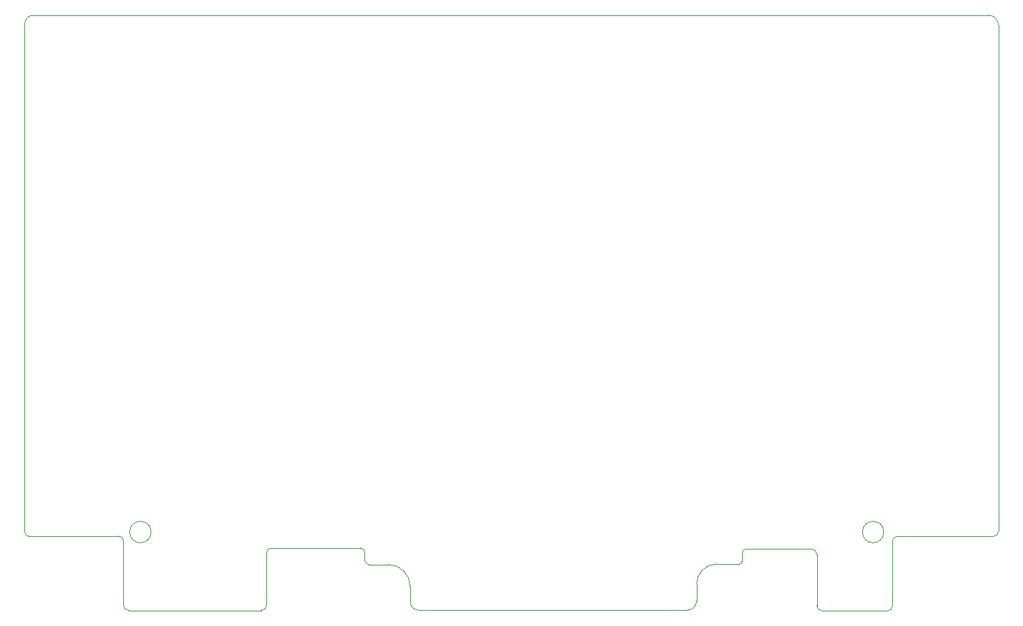
<source format=gbr>
%TF.GenerationSoftware,KiCad,Pcbnew,8.0.8*%
%TF.CreationDate,2025-08-06T16:05:48-04:00*%
%TF.ProjectId,pcie,70636965-2e6b-4696-9361-645f70636258,rev?*%
%TF.SameCoordinates,Original*%
%TF.FileFunction,Profile,NP*%
%FSLAX46Y46*%
G04 Gerber Fmt 4.6, Leading zero omitted, Abs format (unit mm)*
G04 Created by KiCad (PCBNEW 8.0.8) date 2025-08-06 16:05:48*
%MOMM*%
%LPD*%
G01*
G04 APERTURE LIST*
%TA.AperFunction,Profile*%
%ADD10C,0.050000*%
%TD*%
G04 APERTURE END LIST*
D10*
X222650000Y-97950000D02*
X222650000Y-91750000D01*
X244100000Y-89550000D02*
X232400000Y-89550000D01*
X231850000Y-90100000D02*
G75*
G02*
X232400000Y-89550000I550000J0D01*
G01*
X223300000Y-98600000D02*
G75*
G02*
X222650000Y-97950000I0J650000D01*
G01*
X168100000Y-92950000D02*
G75*
G02*
X167600000Y-92450000I0J500000D01*
G01*
X231850000Y-90100000D02*
X231850000Y-98000000D01*
X155650000Y-97900000D02*
G75*
G02*
X155000000Y-98550000I-650000J0D01*
G01*
X173150000Y-97500000D02*
X173150000Y-95650000D01*
X155000000Y-98550000D02*
X138900000Y-98550000D01*
X213200000Y-92900000D02*
X210450000Y-92900000D01*
X167100000Y-90950000D02*
G75*
G02*
X167600000Y-91450000I0J-500000D01*
G01*
X137700000Y-89500000D02*
G75*
G02*
X138200000Y-90000000I0J-500000D01*
G01*
X130000000Y-26100000D02*
X127300000Y-26100000D01*
X221950000Y-91050000D02*
G75*
G02*
X222650000Y-91750000I0J-700000D01*
G01*
X213550000Y-92550000D02*
G75*
G02*
X213200000Y-92900000I-350000J0D01*
G01*
X133850000Y-26100000D02*
X243550000Y-26097919D01*
X208000000Y-95350000D02*
G75*
G02*
X210450000Y-92900000I2450000J0D01*
G01*
X174150000Y-98500000D02*
G75*
G02*
X173150000Y-97500000I0J1000000D01*
G01*
X137700000Y-89500000D02*
X126700000Y-89500000D01*
X141590000Y-89000000D02*
G75*
G02*
X138990000Y-89000000I-1300000J0D01*
G01*
X138990000Y-89000000D02*
G75*
G02*
X141590000Y-89000000I1300000J0D01*
G01*
X138200000Y-90100000D02*
X138200000Y-90000000D01*
X206900000Y-98500000D02*
X174150000Y-98500000D01*
X244752081Y-27300000D02*
X244800000Y-88850000D01*
X130000000Y-26100000D02*
X133850000Y-26100000D01*
X155650000Y-91500000D02*
X155650000Y-97900000D01*
X243550000Y-26097919D02*
G75*
G02*
X244752081Y-27300000I0J-1202081D01*
G01*
X170450000Y-92950000D02*
X168100000Y-92950000D01*
X221950000Y-91050000D02*
X214100000Y-91050000D01*
X126200000Y-89000000D02*
X126190000Y-27149999D01*
X138200000Y-97850000D02*
X138200000Y-90100000D01*
X230800000Y-89000000D02*
G75*
G02*
X228200000Y-89000000I-1300000J0D01*
G01*
X228200000Y-89000000D02*
G75*
G02*
X230800000Y-89000000I1300000J0D01*
G01*
X208000000Y-95350000D02*
X208000000Y-97400000D01*
X126198811Y-27149999D02*
G75*
G02*
X127300000Y-26100001I1051189J-1D01*
G01*
X244800000Y-88850000D02*
G75*
G02*
X244100000Y-89550000I-700000J0D01*
G01*
X213550000Y-91600000D02*
G75*
G02*
X214100000Y-91050000I550000J0D01*
G01*
X231250000Y-98600000D02*
X223300000Y-98600000D01*
X126700000Y-89500000D02*
G75*
G02*
X126200000Y-89000000I0J500000D01*
G01*
X170450000Y-92950000D02*
G75*
G02*
X173150000Y-95650000I0J-2700000D01*
G01*
X155650000Y-91500000D02*
G75*
G02*
X156200000Y-90950000I550000J0D01*
G01*
X138900000Y-98550000D02*
G75*
G02*
X138200000Y-97850000I0J700000D01*
G01*
X167600000Y-92450000D02*
X167600000Y-91450000D01*
X213550000Y-91600000D02*
X213550000Y-92550000D01*
X167100000Y-90950000D02*
X156200000Y-90950000D01*
X208000000Y-97400000D02*
G75*
G02*
X206900000Y-98500000I-1100000J0D01*
G01*
X231850000Y-98000000D02*
G75*
G02*
X231250000Y-98600000I-600000J0D01*
G01*
M02*

</source>
